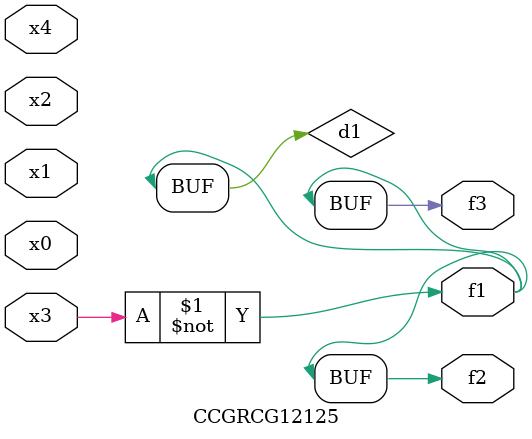
<source format=v>
module CCGRCG12125(
	input x0, x1, x2, x3, x4,
	output f1, f2, f3
);

	wire d1, d2;

	xnor (d1, x3);
	not (d2, x1);
	assign f1 = d1;
	assign f2 = d1;
	assign f3 = d1;
endmodule

</source>
